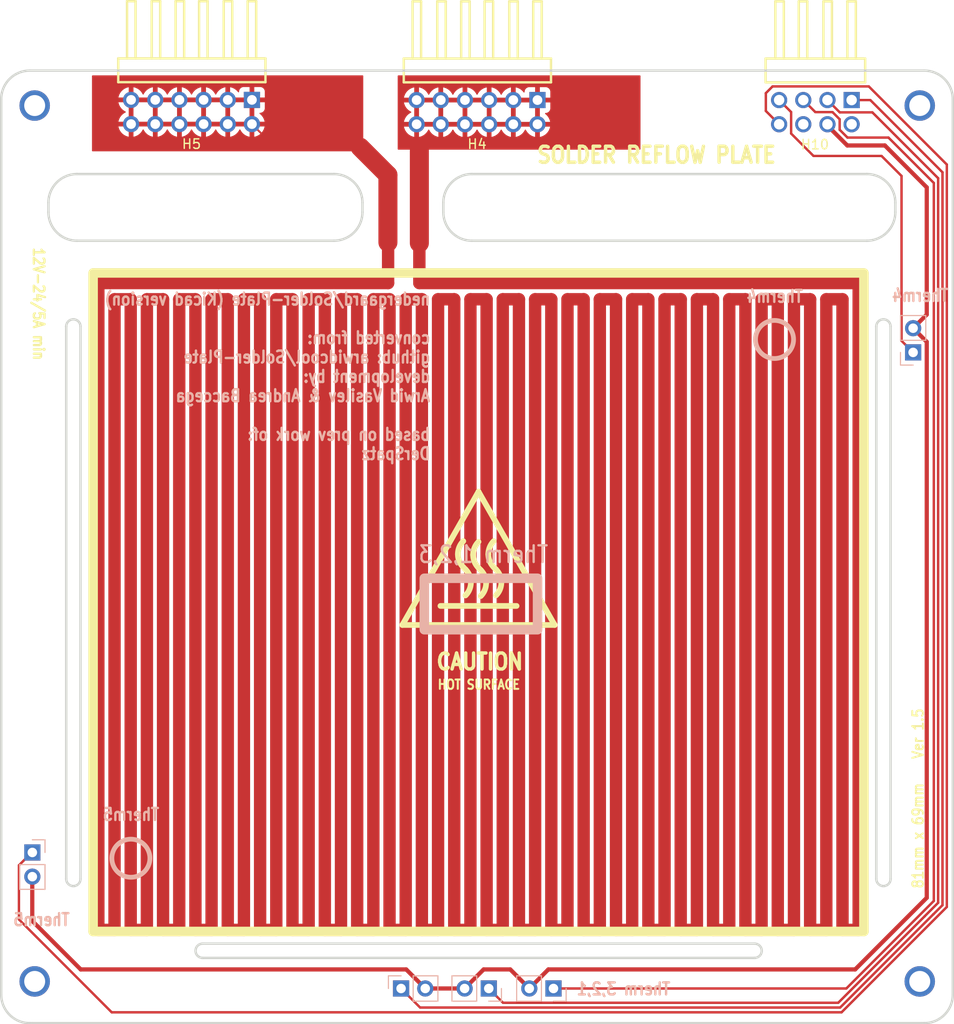
<source format=kicad_pcb>
(kicad_pcb (version 20241229) (generator "pcbnew") (generator_version "9.0")
  (layers (0 "F.Cu" signal "Top Layer") (2 "B.Cu" signal "Bottom Layer") (13 "F.Paste" user "Top Paste Mask Layer") (15 "B.Paste" user "Bottom Paste Mask Layer") (5 "F.SilkS" user "Top Silkscreen Layer") (7 "B.SilkS" user "Bottom Silkscreen Layer") (1 "F.Mask" user "Top Solder Mask Layer") (3 "B.Mask" user "Bottom Solder Mask Layer") (25 "Edge.Cuts" user))
  (net 0 "")
  (net 1 "HEAT_2")
  (net 2 "+5V2")
  (net 3 "GND")
  (net 4 "/TERM4")
  (net 5 "/TERM1")
  (net 7 "/TERM5")
  (net 8 "/TERM3")
  (net 9 "/TERM2")
  (footprint "Removable Plate_1.5:Pad_e818" (layer "F.Cu") (at 103.556 145.758 180)
    (property "Reference" "" (at 0 0 180) (layer "F.SilkS") (effects (font (size 1.27 1.27))))
    (property "Value" "")
    (pad "13" thru_hole circle (at 0 0 180) (size 3.2 3.2) (drill 2.2) (layers "*.Cu" "*.Mask"))
  )
  (footprint "Removable Plate_1.5:Pad_e869" (layer "F.Cu") (at 196.566 53.81 180)
    (property "Reference" "" (at 0 0 180) (layer "F.SilkS") (effects (font (size 1.27 1.27))))
    (property "Value" "")
    (pad "13" thru_hole circle (at 0 0 180) (size 3.2 3.2) (drill 2.2) (layers "*.Cu" "*.Mask"))
  )
  (footprint "Removable Plate_1.5:HDR-TH_8P-P2.54-H-M-R2-C4-S2.54-N" (layer "F.Cu") (at 185.598 54.5035 180)
    (property "Reference" "H10" (at 0.048 -3.3965 180) (layer "F.SilkS"))
    (property "Value" "PZ254-2-04-W-8.5" (hide yes))
    (fp_line (start 5.23 5.63) (end 5.23 3.13) (stroke (width 0.254)) (layer "F.SilkS"))
    (fp_line (start 4.209 11.63) (end 4.209 5.63) (stroke (width 0.254)) (layer "F.SilkS"))
    (fp_line (start 3.315 11.63) (end 4.209 11.63) (stroke (width 0.254)) (layer "F.SilkS"))
    (fp_line (start 3.315 5.63) (end 3.315 11.63) (stroke (width 0.254)) (layer "F.SilkS"))
    (fp_line (start 1.7455 11.63) (end 1.7455 5.63) (stroke (width 0.254)) (layer "F.SilkS"))
    (fp_line (start 0.851 11.63) (end 1.7455 11.63) (stroke (width 0.254)) (layer "F.SilkS"))
    (fp_line (start 0.851 5.63) (end 0.851 11.63) (stroke (width 0.254)) (layer "F.SilkS"))
    (fp_line (start -0.8455 11.63) (end -0.8455 5.63) (stroke (width 0.254)) (layer "F.SilkS"))
    (fp_line (start -1.74 11.63) (end -0.8455 11.63) (stroke (width 0.254)) (layer "F.SilkS"))
    (fp_line (start -1.74 5.63) (end -1.74 11.63) (stroke (width 0.254)) (layer "F.SilkS"))
    (fp_line (start -3.36 11.63) (end -3.36 5.63) (stroke (width 0.254)) (layer "F.SilkS"))
    (fp_line (start -4.2545 11.63) (end -3.36 11.63) (stroke (width 0.254)) (layer "F.SilkS"))
    (fp_line (start -4.2545 5.63) (end -4.2545 11.63) (stroke (width 0.254)) (layer "F.SilkS"))
    (fp_line (start -5.23 5.63) (end 5.23 5.63) (stroke (width 0.254)) (layer "F.SilkS"))
    (fp_line (start -5.23 5.63) (end -5.23 3.13) (stroke (width 0.254)) (layer "F.SilkS"))
    (fp_line (start -5.23 3.13) (end 5.23 3.13) (stroke (width 0.254)) (layer "F.SilkS"))
    (pad "1" thru_hole rect (at -3.81 1.27 180) (size 1.7 1.7) (drill 1.1 0.9) (layers "*.Cu" "*.Mask") (net 5 "/TERM1"))
    (pad "2" thru_hole circle (at -3.81 -1.27 180) (size 1.7 1.7) (drill 1.1 0.9) (layers "*.Cu" "*.Mask"))
    (pad "3" thru_hole circle (at -1.27 1.27 180) (size 1.7 1.7) (drill 1.1 0.9) (layers "*.Cu" "*.Mask") (net 9 "/TERM2"))
    (pad "4" thru_hole circle (at -1.27 -1.27 180) (size 1.7 1.7) (drill 1.1 0.9) (layers "*.Cu" "*.Mask") (net 2 "+5V2"))
    (pad "5" thru_hole circle (at 1.27 1.27 180) (size 1.7 1.7) (drill 1.1 0.9) (layers "*.Cu" "*.Mask") (net 8 "/TERM3"))
    (pad "6" thru_hole circle (at 1.27 -1.27 180) (size 1.7 1.7) (drill 1.1 0.9) (layers "*.Cu" "*.Mask") (net 3 "GND"))
    (pad "7" thru_hole circle (at 3.81 1.27 180) (size 1.7 1.7) (drill 1.1 0.9) (layers "*.Cu" "*.Mask") (net 4 "/TERM4"))
    (pad "8" thru_hole circle (at 3.81 -1.27 180) (size 1.7 1.7) (drill 1.1 0.9) (layers "*.Cu" "*.Mask") (net 7 "/TERM5"))
  )
  (footprint "Removable Plate_1.5:HDR-TH_12P-P2.54-H-M-R2-C6-S2.54-N" (layer "F.Cu") (at 150.043 54.5035 180)
    (property "Reference" "H4" (at 0 -3.3465 180) (layer "F.SilkS"))
    (property "Value" "PZ254-2-06-W-8.5")
    (fp_line (start 7.7 5.63) (end 7.7 3.13) (stroke (width 0.254)) (layer "F.SilkS"))
    (fp_line (start 7.7 3.13) (end -7.77 3.13) (stroke (width 0.254)) (layer "F.SilkS"))
    (fp_line (start 6.7745 11.63) (end 6.7745 5.63) (stroke (width 0.254)) (layer "F.SilkS"))
    (fp_line (start 5.88 11.63) (end 6.7745 11.63) (stroke (width 0.254)) (layer "F.SilkS"))
    (fp_line (start 5.88 5.63) (end 5.88 11.63) (stroke (width 0.254)) (layer "F.SilkS"))
    (fp_line (start 4.1835 11.63) (end 4.1835 5.63) (stroke (width 0.254)) (layer "F.SilkS"))
    (fp_line (start 3.2895 11.63) (end 4.1835 11.63) (stroke (width 0.254)) (layer "F.SilkS"))
    (fp_line (start 3.2895 5.63) (end 3.2895 11.63) (stroke (width 0.254)) (layer "F.SilkS"))
    (fp_line (start 1.669 11.63) (end 1.669 5.63) (stroke (width 0.254)) (layer "F.SilkS"))
    (fp_line (start 0.775 11.63) (end 1.669 11.63) (stroke (width 0.254)) (layer "F.SilkS"))
    (fp_line (start 0.775 5.63) (end 0.775 11.63) (stroke (width 0.254)) (layer "F.SilkS"))
    (fp_line (start -0.7945 11.63) (end -0.7945 5.63) (stroke (width 0.254)) (layer "F.SilkS"))
    (fp_line (start -1.689 11.63) (end -0.7945 11.63) (stroke (width 0.254)) (layer "F.SilkS"))
    (fp_line (start -1.689 5.63) (end -1.689 11.63) (stroke (width 0.254)) (layer "F.SilkS"))
    (fp_line (start -3.3855 11.63) (end -3.3855 5.63) (stroke (width 0.254)) (layer "F.SilkS"))
    (fp_line (start -4.28 11.63) (end -3.3855 11.63) (stroke (width 0.254)) (layer "F.SilkS"))
    (fp_line (start -4.28 5.63) (end -4.28 11.63) (stroke (width 0.254)) (layer "F.SilkS"))
    (fp_line (start -5.9 11.63) (end -5.9 5.63) (stroke (width 0.254)) (layer "F.SilkS"))
    (fp_line (start -6.7945 11.63) (end -5.9 11.63) (stroke (width 0.254)) (layer "F.SilkS"))
    (fp_line (start -6.7945 5.63) (end -6.7945 11.63) (stroke (width 0.254)) (layer "F.SilkS"))
    (fp_line (start -7.77 5.63) (end 7.7 5.63) (stroke (width 0.254)) (layer "F.SilkS"))
    (fp_line (start -7.77 5.63) (end -7.77 3.13) (stroke (width 0.254)) (layer "F.SilkS"))
    (pad "1" thru_hole rect (at -6.35 1.27 180) (size 1.7 1.7) (drill 1.02) (layers "*.Cu" "*.Mask") (net 1 "HEAT_2"))
    (pad "2" thru_hole circle (at -6.35 -1.27 180) (size 1.7 1.7) (drill 1.02) (layers "*.Cu" "*.Mask") (net 1 "HEAT_2"))
    (pad "3" thru_hole circle (at -3.81 1.27 180) (size 1.7 1.7) (drill 1.02) (layers "*.Cu" "*.Mask") (net 1 "HEAT_2"))
    (pad "4" thru_hole circle (at -3.81 -1.27 180) (size 1.7 1.7) (drill 1.02) (layers "*.Cu" "*.Mask") (net 1 "HEAT_2"))
    (pad "5" thru_hole circle (at -1.27 1.27 180) (size 1.7 1.7) (drill 1.02) (layers "*.Cu" "*.Mask") (net 1 "HEAT_2"))
    (pad "6" thru_hole circle (at -1.27 -1.27 180) (size 1.7 1.7) (drill 1.02) (layers "*.Cu" "*.Mask") (net 1 "HEAT_2"))
    (pad "7" thru_hole circle (at 1.27 1.27 180) (size 1.7 1.7) (drill 1.02) (layers "*.Cu" "*.Mask") (net 1 "HEAT_2"))
    (pad "8" thru_hole circle (at 1.27 -1.27 180) (size 1.7 1.7) (drill 1.02) (layers "*.Cu" "*.Mask") (net 1 "HEAT_2"))
    (pad "9" thru_hole circle (at 3.81 1.27 180) (size 1.7 1.7) (drill 1.02) (layers "*.Cu" "*.Mask") (net 1 "HEAT_2"))
    (pad "10" thru_hole circle (at 3.81 -1.27 180) (size 1.7 1.7) (drill 1.02) (layers "*.Cu" "*.Mask") (net 1 "HEAT_2"))
    (pad "11" thru_hole circle (at 6.35 1.27 180) (size 1.7 1.7) (drill 1.02) (layers "*.Cu" "*.Mask") (net 1 "HEAT_2"))
    (pad "12" thru_hole circle (at 6.35 -1.27 180) (size 1.7 1.7) (drill 1.02) (layers "*.Cu" "*.Mask") (net 1 "HEAT_2"))
  )
  (footprint "Removable Plate_1.5:Pad_e868" (layer "F.Cu") (at 196.566 145.758 180)
    (property "Reference" "" (at 0 0 180) (layer "F.SilkS") (effects (font (size 1.27 1.27))))
    (property "Value" "")
    (pad "13" thru_hole circle (at 0 0 180) (size 3.2 3.2) (drill 2.2) (layers "*.Cu" "*.Mask"))
  )
  (footprint "Removable Plate_1.5:Pad_e865" (layer "F.Cu") (at 103.556 53.81 180)
    (property "Reference" "" (at 0 0 180) (layer "F.SilkS") (effects (font (size 1.27 1.27))))
    (property "Value" "")
    (pad "13" thru_hole circle (at 0 0 180) (size 3.2 3.2) (drill 2.2) (layers "*.Cu" "*.Mask"))
  )
  (footprint "Removable Plate_1.5:HDR-TH_12P-P2.54-H-M-R2-C6-S2.54-N" (layer "F.Cu") (at 120.037 54.486 180)
    (property "Reference" "H5" (at 0 -3.364 180) (layer "F.SilkS"))
    (property "Value" "PZ254-2-06-W-8.5")
    (fp_line (start 7.7 5.63) (end 7.7 3.13) (stroke (width 0.254)) (layer "F.SilkS"))
    (fp_line (start 7.7 3.13) (end -7.77 3.13) (stroke (width 0.254)) (layer "F.SilkS"))
    (fp_line (start 6.7745 11.63) (end 6.7745 5.63) (stroke (width 0.254)) (layer "F.SilkS"))
    (fp_line (start 5.88 11.63) (end 6.7745 11.63) (stroke (width 0.254)) (layer "F.SilkS"))
    (fp_line (start 5.88 5.63) (end 5.88 11.63) (stroke (width 0.254)) (layer "F.SilkS"))
    (fp_line (start 4.1835 11.63) (end 4.1835 5.63) (stroke (width 0.254)) (layer "F.SilkS"))
    (fp_line (start 3.2895 11.63) (end 4.1835 11.63) (stroke (width 0.254)) (layer "F.SilkS"))
    (fp_line (start 3.2895 5.63) (end 3.2895 11.63) (stroke (width 0.254)) (layer "F.SilkS"))
    (fp_line (start 1.669 11.63) (end 1.669 5.63) (stroke (width 0.254)) (layer "F.SilkS"))
    (fp_line (start 0.775 11.63) (end 1.669 11.63) (stroke (width 0.254)) (layer "F.SilkS"))
    (fp_line (start 0.775 5.63) (end 0.775 11.63) (stroke (width 0.254)) (layer "F.SilkS"))
    (fp_line (start -0.7945 11.63) (end -0.7945 5.63) (stroke (width 0.254)) (layer "F.SilkS"))
    (fp_line (start -1.689 11.63) (end -0.7945 11.63) (stroke (width 0.254)) (layer "F.SilkS"))
    (fp_line (start -1.689 5.63) (end -1.689 11.63) (stroke (width 0.254)) (layer "F.SilkS"))
    (fp_line (start -3.3855 11.63) (end -3.3855 5.63) (stroke (width 0.254)) (layer "F.SilkS"))
    (fp_line (start -4.28 11.63) (end -3.3855 11.63) (stroke (width 0.254)) (layer "F.SilkS"))
    (fp_line (start -4.28 5.63) (end -4.28 11.63) (stroke (width 0.254)) (layer "F.SilkS"))
    (fp_line (start -5.9 11.63) (end -5.9 5.63) (stroke (width 0.254)) (layer "F.SilkS"))
    (fp_line (start -6.7945 11.63) (end -5.9 11.63) (stroke (width 0.254)) (layer "F.SilkS"))
    (fp_line (start -6.7945 5.63) (end -6.7945 11.63) (stroke (width 0.254)) (layer "F.SilkS"))
    (fp_line (start -7.77 5.63) (end 7.7 5.63) (stroke (width 0.254)) (layer "F.SilkS"))
    (fp_line (start -7.77 5.63) (end -7.77 3.13) (stroke (width 0.254)) (layer "F.SilkS"))
    (pad "1" thru_hole rect (at -6.35 1.27 180) (size 1.7 1.7) (drill 1.02) (layers "*.Cu" "*.Mask") (net 1 "HEAT_2"))
    (pad "2" thru_hole circle (at -6.35 -1.27 180) (size 1.7 1.7) (drill 1.02) (layers "*.Cu" "*.Mask") (net 1 "HEAT_2"))
    (pad "3" thru_hole circle (at -3.81 1.27 180) (size 1.7 1.7) (drill 1.02) (layers "*.Cu" "*.Mask") (net 1 "HEAT_2"))
    (pad "4" thru_hole circle (at -3.81 -1.27 180) (size 1.7 1.7) (drill 1.02) (layers "*.Cu" "*.Mask") (net 1 "HEAT_2"))
    (pad "5" thru_hole circle (at -1.27 1.27 180) (size 1.7 1.7) (drill 1.02) (layers "*.Cu" "*.Mask") (net 1 "HEAT_2"))
    (pad "6" thru_hole circle (at -1.27 -1.27 180) (size 1.7 1.7) (drill 1.02) (layers "*.Cu" "*.Mask") (net 1 "HEAT_2"))
    (pad "7" thru_hole circle (at 1.27 1.27 180) (size 1.7 1.7) (drill 1.02) (layers "*.Cu" "*.Mask") (net 1 "HEAT_2"))
    (pad "8" thru_hole circle (at 1.27 -1.27 180) (size 1.7 1.7) (drill 1.02) (layers "*.Cu" "*.Mask") (net 1 "HEAT_2"))
    (pad "9" thru_hole circle (at 3.81 1.27 180) (size 1.7 1.7) (drill 1.02) (layers "*.Cu" "*.Mask") (net 1 "HEAT_2"))
    (pad "10" thru_hole circle (at 3.81 -1.27 180) (size 1.7 1.7) (drill 1.02) (layers "*.Cu" "*.Mask") (net 1 "HEAT_2"))
    (pad "11" thru_hole circle (at 6.35 1.27 180) (size 1.7 1.7) (drill 1.02) (layers "*.Cu" "*.Mask") (net 1 "HEAT_2"))
    (pad "12" thru_hole circle (at 6.35 -1.27 180) (size 1.7 1.7) (drill 1.02) (layers "*.Cu" "*.Mask") (net 1 "HEAT_2"))
  )
  (footprint "Connector_PinHeader_2.54mm:PinHeader_1x02_P2.54mm_Vertical" (layer "B.Cu") (at 195.87 79.725)
    (property "Reference" "R4" (hide yes))
    (property "Value" "NTCLE203E3104FB0" (hide yes))
    (fp_line (start -1.33 -3.87) (end 1.33 -3.87) (stroke (width 0.12)) (layer "B.SilkS"))
    (fp_line (start -1.33 -1.27) (end -1.33 -3.87) (stroke (width 0.12)) (layer "B.SilkS"))
    (fp_line (start -1.33 -1.27) (end 1.33 -1.27) (stroke (width 0.12)) (layer "B.SilkS"))
    (fp_line (start -1.33 0) (end -1.33 1.33) (stroke (width 0.12)) (layer "B.SilkS"))
    (fp_line (start -1.33 1.33) (end 0 1.33) (stroke (width 0.12)) (layer "B.SilkS"))
    (fp_line (start 1.33 -1.27) (end 1.33 -3.87) (stroke (width 0.12)) (layer "B.SilkS"))
    (pad "1" thru_hole rect (at 0 0) (size 1.7 1.7) (drill 1) (layers "*.Cu" "*.Mask") (net 4 "/TERM4"))
    (pad "2" thru_hole oval (at 0 -2.54) (size 1.7 1.7) (drill 1) (layers "*.Cu" "*.Mask") (net 2 "+5V2"))
  )
  (footprint "Connector_PinHeader_2.54mm:PinHeader_1x02_P2.54mm_Vertical" (layer "B.Cu") (at 151.275 146.5 90)
    (property "Reference" "R2" (hide yes))
    (property "Value" "NTCLE203E3104FB0" (hide yes))
    (fp_line (start -1.33 -3.87) (end 1.33 -3.87) (stroke (width 0.12)) (layer "B.SilkS"))
    (fp_line (start 1.33 -1.27) (end 1.33 -3.87) (stroke (width 0.12)) (layer "B.SilkS"))
    (fp_line (start -1.33 -1.27) (end -1.33 -3.87) (stroke (width 0.12)) (layer "B.SilkS"))
    (fp_line (start -1.33 -1.27) (end 1.33 -1.27) (stroke (width 0.12)) (layer "B.SilkS"))
    (fp_line (start -1.33 0) (end -1.33 1.33) (stroke (width 0.12)) (layer "B.SilkS"))
    (fp_line (start -1.33 1.33) (end 0 1.33) (stroke (width 0.12)) (layer "B.SilkS"))
    (pad "1" thru_hole rect (at 0 0 90) (size 1.7 1.7) (drill 1) (layers "*.Cu" "*.Mask") (net 9 "/TERM2"))
    (pad "2" thru_hole oval (at 0 -2.54 90) (size 1.7 1.7) (drill 1) (layers "*.Cu" "*.Mask") (net 2 "+5V2"))
  )
  (footprint "Connector_PinHeader_2.54mm:PinHeader_1x02_P2.54mm_Vertical" (layer "B.Cu") (at 158.075 146.5 90)
    (property "Reference" "R3" (hide yes))
    (property "Value" "NTCLE203E3104FB0" (hide yes))
    (fp_line (start -1.33 -3.87) (end 1.33 -3.87) (stroke (width 0.12)) (layer "B.SilkS"))
    (fp_line (start 1.33 -1.27) (end 1.33 -3.87) (stroke (width 0.12)) (layer "B.SilkS"))
    (fp_line (start -1.33 -1.27) (end -1.33 -3.87) (stroke (width 0.12)) (layer "B.SilkS"))
    (fp_line (start -1.33 -1.27) (end 1.33 -1.27) (stroke (width 0.12)) (layer "B.SilkS"))
    (fp_line (start -1.33 0) (end -1.33 1.33) (stroke (width 0.12)) (layer "B.SilkS"))
    (fp_line (start -1.33 1.33) (end 0 1.33) (stroke (width 0.12)) (layer "B.SilkS"))
    (pad "1" thru_hole rect (at 0 0 90) (size 1.7 1.7) (drill 1) (layers "*.Cu" "*.Mask") (net 8 "/TERM3"))
    (pad "2" thru_hole oval (at 0 -2.54 90) (size 1.7 1.7) (drill 1) (layers "*.Cu" "*.Mask") (net 2 "+5V2"))
  )
  (footprint "Connector_PinHeader_2.54mm:PinHeader_1x02_P2.54mm_Vertical" (layer "B.Cu") (at 142.06 146.5 -90)
    (property "Reference" "R1" (hide yes))
    (property "Value" "NTCLE203E3104FB0" (hide yes))
    (fp_line (start -1.33 1.33) (end 0 1.33) (stroke (width 0.12)) (layer "B.SilkS"))
    (fp_line (start -1.33 0) (end -1.33 1.33) (stroke (width 0.12)) (layer "B.SilkS"))
    (fp_line (start -1.33 -1.27) (end 1.33 -1.27) (stroke (width 0.12)) (layer "B.SilkS"))
    (fp_line (start -1.33 -1.27) (end -1.33 -3.87) (stroke (width 0.12)) (layer "B.SilkS"))
    (fp_line (start 1.33 -1.27) (end 1.33 -3.87) (stroke (width 0.12)) (layer "B.SilkS"))
    (fp_line (start -1.33 -3.87) (end 1.33 -3.87) (stroke (width 0.12)) (layer "B.SilkS"))
    (pad "1" thru_hole rect (at 0 0 270) (size 1.7 1.7) (drill 1) (layers "*.Cu" "*.Mask") (net 5 "/TERM1"))
    (pad "2" thru_hole oval (at 0 -2.54 270) (size 1.7 1.7) (drill 1) (layers "*.Cu" "*.Mask") (net 2 "+5V2"))
  )
  (footprint "Connector_PinHeader_2.54mm:PinHeader_1x02_P2.54mm_Vertical" (layer "B.Cu") (at 103.31 132.22 180)
    (property "Reference" "R5" (hide yes))
    (property "Value" "NTCLE203E3104FB0" (hide yes))
    (fp_line (start 1.33 -1.27) (end 1.33 -3.87) (stroke (width 0.12)) (layer "B.SilkS"))
    (fp_line (start -1.33 1.33) (end 0 1.33) (stroke (width 0.12)) (layer "B.SilkS"))
    (fp_line (start -1.33 0) (end -1.33 1.33) (stroke (width 0.12)) (layer "B.SilkS"))
    (fp_line (start -1.33 -1.27) (end 1.33 -1.27) (stroke (width 0.12)) (layer "B.SilkS"))
    (fp_line (start -1.33 -1.27) (end -1.33 -3.87) (stroke (width 0.12)) (layer "B.SilkS"))
    (fp_line (start -1.33 -3.87) (end 1.33 -3.87) (stroke (width 0.12)) (layer "B.SilkS"))
    (pad "1" thru_hole rect (at 0 0 180) (size 1.7 1.7) (drill 1) (layers "*.Cu" "*.Mask") (net 7 "/TERM5"))
    (pad "2" thru_hole oval (at 0 -2.54 180) (size 1.7 1.7) (drill 1) (layers "*.Cu" "*.Mask") (net 2 "+5V2"))
  )
  (gr_arc (start 150.1965 102.3395) (mid 149.777718 101.712759) (end 149.6305 100.9735) (stroke (width 0.6)) (layer "F.SilkS"))
  (gr_line (start 151.7965 102.2705) (end 152.0305 102.5055) (stroke (width 0.6)) (layer "F.SilkS"))
  (gr_arc (start 149.3965 103.8705) (mid 149.24952 104.60948) (end 148.831 105.236) (stroke (width 0.6)) (layer "F.SilkS"))
  (gr_arc (start 152.0305 102.5055) (mid 152.448962 103.131777) (end 152.596 103.8705) (stroke (width 0.6)) (layer "F.SilkS"))
  (gr_arc (start 152.5965 103.8705) (mid 152.44952 104.60948) (end 152.031 105.236) (stroke (width 0.6)) (layer "F.SilkS"))
  (gr_line (start 109.6965 71.5145) (end 109.6965 140.5145) (stroke (width 1)) (layer "F.SilkS"))
  (gr_line (start 142.1965 108.3395) (end 150.1965 94.3395) (stroke (width 0.6)) (layer "F.SilkS"))
  (gr_line (start 190.6965 140.5145) (end 109.6965 140.5145) (stroke (width 1)) (layer "F.SilkS"))
  (gr_line (start 150.1965 102.3395) (end 150.4305 102.5735) (stroke (width 0.6)) (layer "F.SilkS"))
  (gr_arc (start 149.6305 100.9735) (mid 149.777633 100.233973) (end 150.1965 99.607) (stroke (width 0.6)) (layer "F.SilkS"))
  (gr_arc (start 148.8305 102.5055) (mid 149.248962 103.131777) (end 149.396 103.8705) (stroke (width 0.6)) (layer "F.SilkS"))
  (gr_arc (start 151.2305 100.9055) (mid 151.377633 100.165973) (end 151.7965 99.539) (stroke (width 0.6)) (layer "F.SilkS"))
  (gr_line (start 146.1965 106.3395) (end 154.1965 106.3395) (stroke (width 0.6)) (layer "F.SilkS"))
  (gr_arc (start 150.4305 102.5735) (mid 150.849281 103.199698) (end 150.9965 103.9385) (stroke (width 0.6)) (layer "F.SilkS"))
  (gr_line (start 150.1965 94.3395) (end 158.1965 108.3395) (stroke (width 0.6)) (layer "F.SilkS"))
  (gr_arc (start 150.9965 103.9395) (mid 150.84952 104.67848) (end 150.431 105.305) (stroke (width 0.6)) (layer "F.SilkS"))
  (gr_arc (start 151.7965 102.2705) (mid 151.378066 101.643725) (end 151.2315 100.9045) (stroke (width 0.6)) (layer "F.SilkS"))
  (gr_line (start 190.6965 71.5145) (end 190.6965 140.5145) (stroke (width 1)) (layer "F.SilkS"))
  (gr_line (start 190.6965 71.383) (end 109.6965 71.383) (stroke (width 1)) (layer "F.SilkS"))
  (gr_arc (start 148.0305 100.9055) (mid 148.177633 100.165973) (end 148.5965 99.539) (stroke (width 0.6)) (layer "F.SilkS"))
  (gr_line (start 142.1965 108.3395) (end 158.1965 108.3395) (stroke (width 0.6)) (layer "F.SilkS"))
  (gr_line (start 148.5965 102.2705) (end 148.8305 102.5055) (stroke (width 0.6)) (layer "F.SilkS"))
  (gr_arc (start 148.5965 102.2705) (mid 148.178066 101.643725) (end 148.0315 100.9045) (stroke (width 0.6)) (layer "F.SilkS"))
  (gr_circle (center 113.6655 132.8235) (end 115.6655 132.8235) (stroke (width 0.5)) (fill no) (layer "B.SilkS"))
  (gr_circle (center 181.3055 78.3665) (end 183.3055 78.3665) (stroke (width 0.5)) (fill no) (layer "B.SilkS"))
  (gr_rect (start 144.5005 103.435) (end 156.4005 108.838) (stroke (width 1)) (fill no) (layer "B.SilkS"))
  (gr_arc (start 138 65) (mid 137.12132 67.12132) (end 135 68) (stroke (width 0.254)) (layer "Edge.Cuts"))
  (gr_line (start 106.87 77) (end 106.87 135) (stroke (width 0.254)) (layer "Edge.Cuts"))
  (gr_arc (start 197.038 50.14) (mid 199.15932 51.01868) (end 200.038 53.14) (stroke (width 0.254)) (layer "Edge.Cuts"))
  (gr_line (start 121.21 141.79) (end 179.21 141.79) (stroke (width 0.254)) (layer "Edge.Cuts"))
  (gr_line (start 191 61) (end 149.5 61) (stroke (width 0.254)) (layer "Edge.Cuts"))
  (gr_arc (start 194 65) (mid 193.12132 67.12132) (end 191 68) (stroke (width 0.254)) (layer "Edge.Cuts"))
  (gr_arc (start 149.5 68) (mid 147.37868 67.12132) (end 146.5 65) (stroke (width 0.254)) (layer "Edge.Cuts"))
  (gr_arc (start 193.5 135) (mid 192.75 135.75) (end 192 135) (stroke (width 0.254)) (layer "Edge.Cuts"))
  (gr_line (start 191 68) (end 149.5 68) (stroke (width 0.254)) (layer "Edge.Cuts"))
  (gr_line (start 193.5 77) (end 193.5 135) (stroke (width 0.254)) (layer "Edge.Cuts"))
  (gr_line (start 108 61) (end 135 61) (stroke (width 0.254)) (layer "Edge.Cuts"))
  (gr_arc (start 106.87 77) (mid 107.62 76.25) (end 108.37 77) (stroke (width 0.254)) (layer "Edge.Cuts"))
  (gr_line (start 135 68) (end 108 68) (stroke (width 0.254)) (layer "Edge.Cuts"))
  (gr_line (start 194 65) (end 194 64) (stroke (width 0.254)) (layer "Edge.Cuts"))
  (gr_line (start 103.038 50.14) (end 197.038 50.14) (stroke (width 0.254)) (layer "Edge.Cuts"))
  (gr_line (start 108.37 77) (end 108.37 135) (stroke (width 0.254)) (layer "Edge.Cuts"))
  (gr_line (start 192 77) (end 192 135) (stroke (width 0.254)) (layer "Edge.Cuts"))
  (gr_line (start 103.038 150.14) (end 197.038 150.14) (stroke (width 0.254)) (layer "Edge.Cuts"))
  (gr_line (start 105 64) (end 105 65) (stroke (width 0.254)) (layer "Edge.Cuts"))
  (gr_line (start 100.038 53.14) (end 100.038 147.14) (stroke (width 0.254)) (layer "Edge.Cuts"))
  (gr_arc (start 146.5 64) (mid 147.37868 61.87868) (end 149.5 61) (stroke (width 0.254)) (layer "Edge.Cuts"))
  (gr_arc (start 192 77) (mid 192.75 76.25) (end 193.5 77) (stroke (width 0.254)) (layer "Edge.Cuts"))
  (gr_arc (start 108.37 135) (mid 107.62 135.75) (end 106.87 135) (stroke (width 0.254)) (layer "Edge.Cuts"))
  (gr_line (start 121.21 143.29) (end 179.21 143.29) (stroke (width 0.254)) (layer "Edge.Cuts"))
  (gr_arc (start 105 64) (mid 105.87868 61.87868) (end 108 61) (stroke (width 0.254)) (layer "Edge.Cuts"))
  (gr_line (start 200.038 53.14) (end 200.038 147.14) (stroke (width 0.254)) (layer "Edge.Cuts"))
  (gr_arc (start 108 68) (mid 105.87868 67.12132) (end 105 65) (stroke (width 0.254)) (layer "Edge.Cuts"))
  (gr_arc (start 100.038 53.14) (mid 100.91668 51.01868) (end 103.038 50.14) (stroke (width 0.254)) (layer "Edge.Cuts"))
  (gr_arc (start 135 61) (mid 137.12132 61.87868) (end 138 64) (stroke (width 0.254)) (layer "Edge.Cuts"))
  (gr_arc (start 200.038 147.14) (mid 199.15932 149.26132) (end 197.038 150.14) (stroke (width 0.254)) (layer "Edge.Cuts"))
  (gr_arc (start 121.21 143.29) (mid 120.46 142.54) (end 121.21 141.79) (stroke (width 0.254)) (layer "Edge.Cuts"))
  (gr_line (start 138 65) (end 138 64) (stroke (width 0.254)) (layer "Edge.Cuts"))
  (gr_arc (start 191 61) (mid 193.12132 61.87868) (end 194 64) (stroke (width 0.254)) (layer "Edge.Cuts"))
  (gr_arc (start 103.038 150.14) (mid 100.91668 149.26132) (end 100.038 147.14) (stroke (width 0.254)) (layer "Edge.Cuts"))
  (gr_line (start 146.5 64) (end 146.5 65) (stroke (width 0.254)) (layer "Edge.Cuts"))
  (gr_arc (start 179.21 141.79) (mid 179.96 142.54) (end 179.21 143.29) (stroke (width 0.254)) (layer "Edge.Cuts"))
  (gr_text "CAUTION" (at 145.6 112.2 0) (layer "F.SilkS") (effects (font (size 1.68 1.44) (thickness 0.4)) (justify left)))
  (gr_text "12V-24/5A min" (at 103.975 68.598 270) (layer "F.SilkS") (effects (font (size 1.12 0.96) (thickness 0.25)) (justify left)))
  (gr_text "SOLDER REFLOW PLATE" (at 168.9 59 0) (layer "F.SilkS") (effects (font (size 1.68 1.44) (thickness 0.4))))
  (gr_text "81mm x 69mm" (at 196.393 136.106 90) (layer "F.SilkS") (effects (font (size 1.12 0.96) (thickness 0.2)) (justify left)))
  (gr_text "HOT SURFACE" (at 145.8 114.6 0) (layer "F.SilkS") (effects (font (size 0.98 0.84) (thickness 0.24)) (justify left)))
  (gr_text "Ver 1.5" (at 196.393 122.517 90) (layer "F.SilkS") (effects (font (size 1.12 0.96) (thickness 0.2)) (justify left)))
  (gr_text "Therm 3,2,1" (at 170.485 146.55 360) (layer "B.SilkS") (effects (font (size 1.26 1.08) (thickness 0.25)) (justify left mirror)))
  (gr_text "Therm4" (at 184.4235 73.848 -0) (layer "B.SilkS") (effects (font (size 1.26 1.08) (thickness 0.25)) (justify left mirror)))
  (gr_text "Therm 1,2,3" (at 157.658 100.927 -0) (layer "B.SilkS") (effects (font (size 1.75 1.5) (thickness 0.25)) (justify left mirror)))
  (gr_text "Therm5" (at 107.366 139.281 -0) (layer "B.SilkS") (effects (font (size 1.26 1.08) (thickness 0.25)) (justify left mirror)))
  (gr_text "Therm5" (at 116.7735 128.236 -0) (layer "B.SilkS") (effects (font (size 1.26 1.08) (thickness 0.25)) (justify left mirror)))
  (gr_text "Therm4" (at 199.7105 73.749 -0) (layer "B.SilkS") (effects (font (size 1.26 1.08) (thickness 0.25)) (justify left mirror)))
  (gr_text "nedergaard/Solder-Plate (Kicad version)\n\nconverted from:\ngithub: arwidcool/Solder-Plate\ndevelopment by:\nArwid Vasilev & Andrea Baccega\n\nbased on prev work of:\nDerSpatz" (at 145.25 82.25 0) (layer "B.SilkS") (effects (font (size 1.26 1.08) (thickness 0.25)) (justify left mirror)))
  (segment (start 159.5465 74.1455) (end 161.2465 74.1455) (width 1.3) (layer "F.Cu") (net 1))
  (segment (start 188.4465 140.3455) (end 190.1465 140.3455) (width 1.3) (layer "F.Cu") (net 1))
  (segment (start 122.1465 74.1455) (end 123.8465 74.1455) (width 1.3) (layer "F.Cu") (net 1))
  (segment (start 152.7465 74.1455) (end 154.4465 74.1455) (width 1.3) (layer "F.Cu") (net 1))
  (segment (start 143.98 68.2455) (end 143.98 58.438) (width 2) (layer "F.Cu") (net 1))
  (segment (start 137.4465 74.1455) (end 137.4465 140.3455) (width 1.3) (layer "F.Cu") (net 1))
  (segment (start 143.98 67.854) (end 143.98 72.4455) (width 1.3) (layer "F.Cu") (net 1))
  (segment (start 135.7465 140.3455) (end 135.7465 74.1455) (width 1.3) (layer "F.Cu") (net 1))
  (segment (start 120.4465 74.1455) (end 120.4465 140.3455) (width 1.3) (layer "F.Cu") (net 1))
  (segment (start 123.8465 140.3455) (end 125.5465 140.3455) (width 1.3) (layer "F.Cu") (net 1))
  (segment (start 140.678 61.105) (end 137.757 58.184) (width 2) (layer "F.Cu") (net 1))
  (segment (start 174.8465 140.3455) (end 176.5465 140.3455) (width 1.3) (layer "F.Cu") (net 1))
  (segment (start 181.6465 74.1455) (end 181.6465 140.3455) (width 1.3) (layer "F.Cu") (net 1))
  (segment (start 181.6465 140.3455) (end 183.3465 140.3455) (width 1.3) (layer "F.Cu") (net 1))
  (segment (start 113.6465 74.1455) (end 113.6465 140.3455) (width 1.3) (layer "F.Cu") (net 1))
  (segment (start 123.8465 74.1455) (end 123.8465 140.3455) (width 1.3) (layer "F.Cu") (net 1))
  (segment (start 185.0465 140.3455) (end 186.7465 140.3455) (width 1.3) (layer "F.Cu") (net 1))
  (segment (start 156.1465 140.3455) (end 156.1465 74.1455) (width 1.3) (layer "F.Cu") (net 1))
  (segment (start 169.7465 140.3455) (end 169.7465 74.1455) (width 1.3) (layer "F.Cu") (net 1))
  (segment (start 134.0465 74.1455) (end 134.0465 140.3455) (width 1.3) (layer "F.Cu") (net 1))
  (segment (start 142.5465 74.1455) (end 144.2465 74.1455) (width 1.3) (layer "F.Cu") (net 1))
  (segment (start 111.9465 140.3455) (end 111.9465 74.1455) (width 1.3) (layer "F.Cu") (net 1))
  (segment (start 140.8465 140.3455) (end 142.5465 140.3455) (width 1.3) (layer "F.Cu") (net 1))
  (segment (start 178.2465 140.3455) (end 179.9465 140.3455) (width 1.3) (layer "F.Cu") (net 1))
  (segment (start 162.9465 74.1455) (end 164.6465 74.1455) (width 1.3) (layer "F.Cu") (net 1))
  (segment (start 179.9465 74.1455) (end 181.6465 74.1455) (width 1.3) (layer "F.Cu") (net 1))
  (segment (start 117.0465 140.3455) (end 118.7465 140.3455) (width 1.3) (layer "F.Cu") (net 1))
  (segment (start 147.6465 140.3455) (end 149.3465 140.3455) (width 1.3) (layer "F.Cu") (net 1))
  (segment (start 161.2465 140.3455) (end 162.9465 140.3455) (width 1.3) (layer "F.Cu") (net 1))
  (segment (start 168.0465 74.1455) (end 168.0465 140.3455) (width 1.3) (layer "F.Cu") (net 1))
  (segment (start 115.3465 74.1455) (end 117.0465 74.1455) (width 1.3) (layer "F.Cu") (net 1))
  (segment (start 173.1465 74.1455) (end 174.8465 74.1455) (width 1.3) (layer "F.Cu") (net 1))
  (segment (start 113.6465 140.3455) (end 115.3465 140.3455) (width 1.3) (layer "F.Cu") (net 1))
  (segment (start 117.0465 74.1455) (end 117.0465 140.3455) (width 1.3) (layer "F.Cu") (net 1))
  (segment (start 174.8465 74.1455) (end 174.8465 140.3455) (width 1.3) (layer "F.Cu") (net 1))
  (segment (start 120.4465 140.3455) (end 122.1465 140.3455) (width 1.3) (layer "F.Cu") (net 1))
  (segment (start 144.2465 140.3455) (end 145.9465 140.3455) (width 1.3) (layer "F.Cu") (net 1))
  (segment (start 186.7465 74.1455) (end 188.4465 74.1455) (width 1.3) (layer "F.Cu") (net 1))
  (segment (start 139.1465 140.3455) (end 139.1465 74.1455) (width 1.3) (layer "F.Cu") (net 1))
  (segment (start 185.0465 74.1455) (end 185.0465 140.3455) (width 1.3) (layer "F.Cu") (net 1))
  (segment (start 157.8465 74.1455) (end 157.8465 140.3455) (width 1.3) (layer "F.Cu") (net 1))
  (segment (start 176.5465 74.1455) (end 178.2465 74.1455) (width 1.3) (layer "F.Cu") (net 1))
  (segment (start 139.1465 74.1455) (end 140.8465 74.1455) (width 1.3) (layer "F.Cu") (net 1))
  (segment (start 145.9465 140.3455) (end 145.9465 74.1455) (width 1.3) (layer "F.Cu") (net 1))
  (segment (start 152.7465 140.3455) (end 152.7465 74.1455) (width 1.3) (layer "F.Cu") (net 1))
  (segment (start 115.3465 140.3455) (end 115.3465 74.1455) (width 1.3) (layer "F.Cu") (net 1))
  (segment (start 130.6465 74.1455) (end 130.6465 140.3455) (width 1.3) (layer "F.Cu") (net 1))
  (segment (start 125.5465 74.1455) (end 127.2465 74.1455) (width 1.3) (layer "F.Cu") (net 1))
  (segment (start 128.9465 140.3455) (end 128.9465 74.1455) (width 1.3) (layer "F.Cu") (net 1))
  (segment (start 168.0465 140.3455) (end 169.7465 140.3455) (width 1.3) (layer "F.Cu") (net 1))
  (segment (start 159.5465 140.3455) (end 159.5465 74.1455) (width 1.3) (layer "F.Cu") (net 1))
  (segment (start 178.2465 74.1455) (end 178.2465 140.3455) (width 1.3) (layer "F.Cu") (net 1))
  (segment (start 186.7465 140.3455) (end 186.7465 74.1455) (width 1.3) (layer "F.Cu") (net 1))
  (segment (start 110.2465 72.4455) (end 110.2465 140.3455) (width 1.3) (layer "F.Cu") (net 1))
  (segment (start 156.1465 74.1455) (end 157.8465 74.1455) (width 1.3) (layer "F.Cu") (net 1))
  (segment (start 188.4465 74.1455) (end 188.4465 140.3455) (width 1.3) (layer "F.Cu") (net 1))
  (segment (start 118.7465 74.1455) (end 120.4465 74.1455) (width 1.3) (layer "F.Cu") (net 1))
  (segment (start 140.6965 67.9815) (end 140.6965 72.4455) (width 1.3) (layer "F.Cu") (net 1))
  (segment (start 144.2465 74.1455) (end 144.2465 140.3455) (width 1.3) (layer "F.Cu") (net 1))
  (segment (start 143.98 72.4455) (end 190.1465 72.4455) (width 1.3) (layer "F.Cu") (net 1))
  (segment (start 111.9465 74.1455) (end 113.6465 74.1455) (width 1.3) (layer "F.Cu") (net 1))
  (segment (start 140.678 68.175) (end 140.678 61.105) (width 2) (layer "F.Cu") (net 1))
  (segment (start 147.6465 74.1455) (end 147.6465 140.3455) (width 1.3) (layer "F.Cu") (net 1))
  (segment (start 145.9465 74.1455) (end 147.6465 74.1455) (width 1.3) (layer "F.Cu") (net 1))
  (segment (start 162.9465 140.3455) (end 162.9465 74.1455) (width 1.3) (layer "F.Cu") (net 1))
  (segment (start 135.7465 74.1455) (end 137.4465 74.1455) (width 1.3) (layer "F.Cu") (net 1))
  (segment (start 183.3465 140.3455) (end 183.3465 74.1455) (width 1.3) (layer "F.Cu") (net 1))
  (segment (start 171.4465 140.3455) (end 173.1465 140.3455) (width 1.3) (layer "F.Cu") (net 1))
  (segment (start 183.3465 74.1455) (end 185.0465 74.1455) (width 1.3) (layer "F.Cu") (net 1))
  (segment (start 143.693 55.7735) (end 143.693 58.151) (width 0.2) (layer "F.Cu") (net 1))
  (segment (start 140.6965 72.4455) (end 110.2465 72.4455) (width 1.3) (layer "F.Cu") (net 1))
  (segment (start 110.2465 140.3455) (end 111.9465 140.3455) (width 1.3) (layer "F.Cu") (net 1))
  (segment (start 149.3465 74.1455) (end 151.0465 74.1455) (width 1.3) (layer "F.Cu") (net 1))
  (segment (start 179.9465 140.3455) (end 179.9465 74.1455) (width 1.3) (layer "F.Cu") (net 1))
  (segment (start 134.0465 140.3455) (end 135.7465 140.3455) (width 1.3) (layer "F.Cu") (net 1))
  (segment (start 171.4465 74.1455) (end 171.4465 140.3455) (width 1.3) (layer "F.Cu") (net 1))
  (segment (start 190.1465 140.3455) (end 190.1465 72.4455) (width 1.3) (layer "F.Cu") (net 1))
  (segment (start 161.2465 74.1455) (end 161.2465 140.3455) (width 1.3) (layer "F.Cu") (net 1))
  (segment (start 140.8465 74.1455) (end 140.8465 140.3455) (width 1.3) (layer "F.Cu") (net 1))
  (segment (start 128.9465 74.1455) (end 130.6465 74.1455) (width 1.3) (layer "F.Cu") (net 1))
  (segment (start 154.4465 140.3455) (end 156.1465 140.3455) (width 1.3) (layer "F.Cu") (net 1))
  (segment (start 137.4465 140.3455) (end 139.1465 140.3455) (width 1.3) (layer "F.Cu") (net 1))
  (segment (start 151.0465 140.3455) (end 152.7465 140.3455) (width 1.3) (layer "F.Cu") (net 1))
  (segment (start 125.5465 140.3455) (end 125.5465 74.1455) (width 1.3) (layer "F.Cu") (net 1))
  (segment (start 154.4465 74.1455) (end 154.4465 140.3455) (width 1.3) (layer "F.Cu") (net 1))
  (segment (start 128.815 58.184) (end 137.757 58.184) (width 0.2) (layer "F.Cu") (net 1))
  (segment (start 173.1465 140.3455) (end 173.1465 74.1455) (width 1.3) (layer "F.Cu") (net 1))
  (segment (start 166.3465 74.1455) (end 168.0465 74.1455) (width 1.3) (layer "F.Cu") (net 1))
  (segment (start 132.3465 140.3455) (end 132.3465 74.1455) (width 1.3) (layer "F.Cu") (net 1))
  (segment (start 164.6465 74.1455) (end 164.6465 140.3455) (width 1.3) (layer "F.Cu") (net 1))
  (segment (start 142.5465 140.3455) (end 142.5465 74.1455) (width 1.3) (layer "F.Cu") (net 1))
  (segment (start 118.7465 140.3455) (end 118.7465 74.1455) (width 1.3) (layer "F.Cu") (net 1))
  (segment (start 166.3465 140.3455) (end 166.3465 74.1455) (width 1.3) (layer "F.Cu") (net 1))
  (segment (start 151.0465 74.1455) (end 151.0465 140.3455) (width 1.3) (layer "F.Cu") (net 1))
  (segment (start 143.693 58.151) (end 143.98 58.438) (width 0.2) (layer "F.Cu") (net 1))
  (segment (start 169.7465 74.1455) (end 171.4465 74.1455) (width 1.3) (layer "F.Cu") (net 1))
  (segment (start 130.6465 140.3455) (end 132.3465 140.3455) (width 1.3) (layer "F.Cu") (net 1))
  (segment (start 149.3465 140.3455) (end 149.3465 74.1455) (width 1.3) (layer "F.Cu") (net 1))
  (segment (start 157.8465 140.3455) (end 159.5465 140.3455) (width 1.3) (layer "F.Cu") (net 1))
  (segment (start 127.2465 140.3455) (end 128.9465 140.3455) (width 1.3) (layer "F.Cu") (net 1))
  (segment (start 176.5465 140.3455) (end 176.5465 74.1455) (width 1.3) (layer "F.Cu") (net 1))
  (segment (start 122.1465 140.3455) (end 122.1465 74.1455) (width 1.3) (layer "F.Cu") (net 1))
  (segment (start 127.2465 74.1455) (end 127.2465 140.3455) (width 1.3) (layer "F.Cu") (net 1))
  (segment (start 126.387 55.756) (end 128.815 58.184) (width 0.2) (layer "F.Cu") (net 1))
  (segment (start 164.6465 140.3455) (end 166.3465 140.3455) (width 1.3) (layer "F.Cu") (net 1))
  (segment (start 132.3465 74.1455) (end 134.0465 74.1455) (width 1.3) (layer "F.Cu") (net 1))
  (segment (start 155.535 146.5) (end 153.535 144.5) (width 0.441) (layer "F.Cu") (net 2))
  (segment (start 155.535 146.5) (end 157.535 144.5) (width 0.441) (layer "F.Cu") (net 2))
  (segment (start 192.9 58) (end 197.3 62.4) (width 0.441) (layer "F.Cu") (net 2))
  (segment (start 157.535 144.5) (end 189.777 144.5) (width 0.441) (layer "F.Cu") (net 2))
  (segment (start 153.535 144.5) (end 150.735 144.5) (width 0.441) (layer "F.Cu") (net 2))
  (segment (start 189.777 144.5) (end 197.3 136.977) (width 0.441) (layer "F.Cu") (net 2))
  (segment (start 144.6 146.5) (end 142.6 144.5) (width 0.441) (layer "F.Cu") (net 2))
  (segment (start 108.394 144.5) (end 103.302 139.408) (width 0.441) (layer "F.Cu") (net 2))
  (segment (start 188.95 58) (end 192.9 58) (width 0.441) (layer "F.Cu") (net 2))
  (segment (start 148.735 146.5) (end 144.6 146.5) (width 0.441) (layer "F.Cu") (net 2))
  (segment (start 197.3 75.755) (end 195.87 77.185) (width 0.441) (layer "F.Cu") (net 2))
  (segment (start 186.868 55.918) (end 188.95 58) (width 0.441) (layer "F.Cu") (net 2))
  (segment (start 197.3 62.4) (end 197.3 75.755) (width 0.441) (layer "F.Cu") (net 2))
  (segment (start 197.3 78.615) (end 195.87 77.185) (width 0.441) (layer "F.Cu") (net 2))
  (segment (start 103.302 139.408) (end 103.302 134.709) (width 0.441) (layer "F.Cu") (net 2))
  (segment (start 197.3 136.977) (end 197.3 78.615) (width 0.441) (layer "F.Cu") (net 2))
  (segment (start 142.6 144.5) (end 108.394 144.5) (width 0.441) (layer "F.Cu") (net 2))
  (segment (start 150.735 144.5) (end 148.735 146.5) (width 0.441) (layer "F.Cu") (net 2))
  (segment (start 183.05 54.4955) (end 181.788 53.2335) (width 0.254) (layer "F.Cu") (net 4))
  (segment (start 194.65 61.2) (end 192.55 59.1) (width 0.254) (layer "F.Cu") (net 4))
  (segment (start 183.05 56.75) (end 183.05 54.4955) (width 0.254) (layer "F.Cu") (net 4))
  (segment (start 185.4 59.1) (end 183.05 56.75) (width 0.254) (layer "F.Cu") (net 4))
  (segment (start 192.55 59.1) (end 185.4 59.1) (width 0.254) (layer "F.Cu") (net 4))
  (segment (start 195.87 79.725) (end 194.65 78.505) (width 0.254) (layer "F.Cu") (net 4))
  (segment (start 194.65 78.505) (end 194.65 61.2) (width 0.254) (layer "F.Cu") (net 4))
  (segment (start 144.06 148.5) (end 142.06 146.5) (width 0.254) (layer "F.Cu") (net 5))
  (segment (start 197.988052 138.711948) (end 188.2 148.5) (width 0.254) (layer "F.Cu") (net 5))
  (segment (start 189.408 53.2335) (end 191.3715 53.2335) (width 0.254) (layer "F.Cu") (net 5))
  (segment (start 198.954 60.816) (end 198.954 137.75) (width 0.254) (layer "F.Cu") (net 5))
  (segment (start 191.3715 53.2335) (end 198.954 60.816) (width 0.254) (layer "F.Cu") (net 5))
  (segment (start 197.992052 138.711948) (end 197.988052 138.711948) (width 0.254) (layer "F.Cu") (net 5))
  (segment (start 188.2 148.5) (end 144.06 148.5) (width 0.254) (layer "F.Cu") (net 5))
  (segment (start 198.954 137.75) (end 197.992052 138.711948) (width 0.254) (layer "F.Cu") (net 5))
  (segment (start 180.391 54.3765) (end 181.788 55.7735) (width 0.254) (layer "F.Cu") (net 7))
  (segment (start 180.391 52.509) (end 180.391 54.3765) (width 0.254) (layer "F.Cu") (net 7))
  (segment (start 188.35 149) (end 199.41 137.94) (width 0.254) (layer "F.Cu") (net 7))
  (segment (start 181.1 51.8) (end 180.391 52.509) (width 0.254) (layer "F.Cu") (net 7))
  (segment (start 111.65 149) (end 188.35 149) (width 0.254) (layer "F.Cu") (net 7))
  (segment (start 191.208 51.8) (end 181.1 51.8) (width 0.254) (layer "F.Cu") (net 7))
  (segment (start 101.9 139.25) (end 111.65 149) (width 0.254) (layer "F.Cu") (net 7))
  (segment (start 199.41 137.94) (end 199.41 60.002) (width 0.254) (layer "F.Cu") (net 7))
  (segment (start 101.9 133.571) (end 101.9 139.25) (width 0.254) (layer "F.Cu") (net 7))
  (segment (start 103.302 132.169) (end 101.9 133.571) (width 0.254) (layer "F.Cu") (net 7))
  (segment (start 199.41 60.002) (end 191.208 51.8) (width 0.254) (layer "F.Cu") (net 7))
  (segment (start 187.4 54.5) (end 185.5945 54.5) (width 0.254) (layer "F.Cu") (net 8))
  (segment (start 198.044 61.9375) (end 193.27825 57.17175) (width 0.254) (layer "F.Cu") (net 8))
  (segment (start 158.075 146.5) (end 188.85 146.5) (width 0.254) (layer "F.Cu") (net 8))
  (segment (start 198.044 137.306) (end 198.044 61.9375) (width 0.254) (layer "F.Cu") (net 8))
  (segment (start 188.85 146.5) (end 198.044 137.306) (width 0.254) (layer "F.Cu") (net 8))
  (segment (start 185.5945 54.5) (end 184.328 53.2335) (width 0.254) (layer "F.Cu") (net 8))
  (segment (start 188.15 56.35) (end 188.15 55.25) (width 0.254) (layer "F.Cu") (net 8))
  (segment (start 193.27825 57.17175) (end 188.97175 57.17175) (width 0.254) (layer "F.Cu") (net 8))
  (segment (start 188.97175 57.17175) (end 188.15 56.35) (width 0.254) (layer "F.Cu") (net 8))
  (segment (start 188.15 55.25) (end 187.4 54.5) (width 0.254) (layer "F.Cu") (net 8))
  (segment (start 188 148) (end 152.775 148) (width 0.254) (layer "F.Cu") (net 9))
  (segment (start 197.1 138.898) (end 197.1 138.9) (width 0.254) (layer "F.Cu") (net 9))
  (segment (start 198.498 137.5) (end 197.1 138.898) (width 0.254) (layer "F.Cu") (net 9))
  (segment (start 197.1 138.9) (end 188 148) (width 0.254) (layer "F.Cu") (net 9))
  (segment (start 198.498 61.436) (end 198.498 137.5) (width 0.254) (layer "F.Cu") (net 9))
  (segment (start 188.159 54.5245) (end 191.5865 54.5245) (width 0.254) (layer "F.Cu") (net 9))
  (segment (start 186.868 53.2335) (end 188.159 54.5245) (width 0.254) (layer "F.Cu") (net 9))
  (segment (start 152.775 148) (end 151.275 146.5) (width 0.254) (layer "F.Cu") (net 9))
  (segment (start 191.5865 54.5245) (end 198.498 61.436) (width 0.254) (layer "F.Cu") (net 9))
  (zone (net 1) (net_name "HEAT_2") (layer "F.Cu") (priority 500) (connect_pads (clearance 0.1015)) (min_thickness 0.127) (fill yes (thermal_gap 0.5) (thermal_bridge_width 0.5))
    (polygon (pts (xy 109.577 50.14) (xy 138.086 50.14) (xy 138.086 58.616) (xy 109.577 58.616)))
  )
  (zone (net 1) (net_name "HEAT_2") (layer "F.Cu") (priority 499) (connect_pads (clearance 0.1015)) (min_thickness 0.127) (fill yes (thermal_gap 0.5) (thermal_bridge_width 0.5))
    (polygon (pts (xy 141.703 50.121) (xy 167.221 50.121) (xy 167.221 58.438) (xy 141.703 58.438)))
  )
)
</source>
